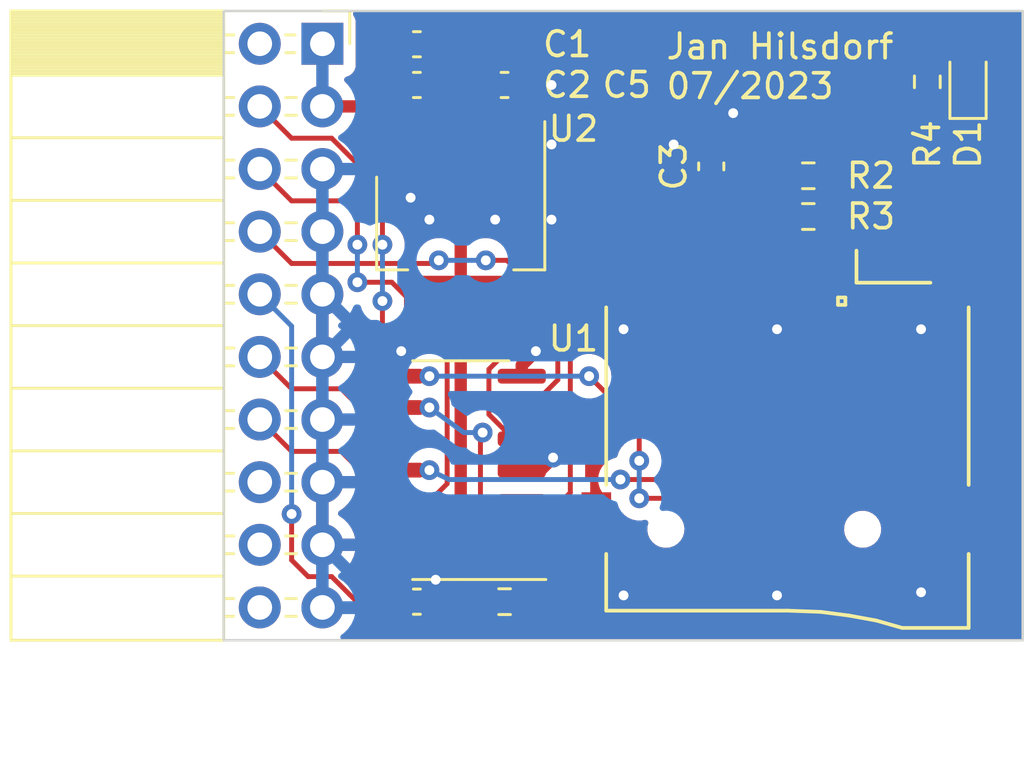
<source format=kicad_pcb>
(kicad_pcb (version 20221018) (generator pcbnew)
  (layers (0 "F.Cu" signal) (31 "B.Cu" signal) (34 "B.Paste" user) (35 "F.Paste" user) (36 "B.SilkS" user "B.Silkscreen") (37 "F.SilkS" user "F.Silkscreen") (38 "B.Mask" user) (39 "F.Mask" user) (44 "Edge.Cuts" user))
  (net 0 "")
  (net 1 "+3.3V")
  (net 2 "Net-(R1-Pad1)")
  (net 3 "+5V")
  (net 5 "CB2")
  (net 6 "PB0")
  (net 7 "PB1")
  (net 8 "PB2")
  (net 9 "PB3")
  (net 10 "PB4")
  (net 14 "Net-(R2-Pad2)")
  (net 15 "GND")
  (net 16 "DOUT")
  (net 17 "CLK")
  (net 18 "DIN")
  (net 22 "Net-(D1-A)")
  (net 23 "Net-(R3-Pad2)")
  (footprint "Package_SO:SOIC-14_3.9x8.7mm_P1.27mm" (layer "F.Cu") (at 115.77 80.132 180)
    (fp_text reference "U1" (at -4.572 5.334) (layer "F.SilkS"))
    (fp_text value "74LVC125AD")
    (fp_line (start 0 -4.435) (end -3.45 -4.435) (stroke (width 0.12)) (layer "F.SilkS"))
    (fp_line (start 0 -4.435) (end 1.95 -4.435) (stroke (width 0.12)) (layer "F.SilkS"))
    (fp_line (start 0 4.435) (end -1.95 4.435) (stroke (width 0.12)) (layer "F.SilkS"))
    (fp_line (start 0 4.435) (end 1.95 4.435) (stroke (width 0.12)) (layer "F.SilkS"))
    (pad "1" smd roundrect (at -2.475 -3.81 180) (size 1.95 0.6) (layers "F.Cu" "F.Paste" "F.Mask") (net 8 "PB2"))
    (pad "2" smd roundrect (at -2.475 -2.54 180) (size 1.95 0.6) (layers "F.Cu" "F.Paste" "F.Mask") (net 16 "DOUT"))
    (pad "3" smd roundrect (at -2.475 -1.27 180) (size 1.95 0.6) (layers "F.Cu" "F.Paste" "F.Mask") (net 2 "Net-(R1-Pad1)"))
    (pad "4" smd roundrect (at -2.475 0 180) (size 1.95 0.6) (layers "F.Cu" "F.Paste" "F.Mask") (net 15 "GND"))
    (pad "5" smd roundrect (at -2.475 1.27 180) (size 1.95 0.6) (layers "F.Cu" "F.Paste" "F.Mask") (net 7 "PB1"))
    (pad "6" smd roundrect (at -2.475 2.54 180) (size 1.95 0.6) (layers "F.Cu" "F.Paste" "F.Mask") (net 17 "CLK"))
    (pad "7" smd roundrect (at -2.475 3.81 180) (size 1.95 0.6) (layers "F.Cu" "F.Paste" "F.Mask") (net 15 "GND"))
    (pad "8" smd roundrect (at 2.475 3.81 180) (size 1.95 0.6) (layers "F.Cu" "F.Paste" "F.Mask") (net 14 "Net-(R2-Pad2)"))
    (pad "9" smd roundrect (at 2.475 2.54 180) (size 1.95 0.6) (layers "F.Cu" "F.Paste" "F.Mask") (net 5 "CB2"))
    (pad "10" smd roundrect (at 2.475 1.27 180) (size 1.95 0.6) (layers "F.Cu" "F.Paste" "F.Mask") (net 9 "PB3"))
    (pad "11" smd roundrect (at 2.475 0 180) (size 1.95 0.6) (layers "F.Cu" "F.Paste" "F.Mask") (net 23 "Net-(R3-Pad2)"))
    (pad "12" smd roundrect (at 2.475 -1.27 180) (size 1.95 0.6) (layers "F.Cu" "F.Paste" "F.Mask") (net 6 "PB0"))
    (pad "13" smd roundrect (at 2.475 -2.54 180) (size 1.95 0.6) (layers "F.Cu" "F.Paste" "F.Mask") (net 10 "PB4"))
    (pad "14" smd roundrect (at 2.475 -3.81 180) (size 1.95 0.6) (layers "F.Cu" "F.Paste" "F.Mask") (net 1 "+3.3V"))
  )
  (footprint "Package_TO_SOT_SMD:SOT-223-3_TabPin2" (layer "F.Cu") (at 115.77 70.099 -90)
    (fp_text reference "U2" (at -3.81 -4.572 -180) (layer "F.SilkS"))
    (fp_text value "AMS1117-3.3")
    (fp_line (start -4.1 -3.41) (end 1.91 -3.41) (stroke (width 0.12)) (layer "F.SilkS"))
    (fp_line (start -1.85 3.41) (end 1.91 3.41) (stroke (width 0.12)) (layer "F.SilkS"))
    (fp_line (start 1.91 -3.41) (end 1.91 -2.15) (stroke (width 0.12)) (layer "F.SilkS"))
    (fp_line (start 1.91 3.41) (end 1.91 2.15) (stroke (width 0.12)) (layer "F.SilkS"))
    (pad "1" smd rect (at -3.15 -2.3 270) (size 2 1.5) (layers "F.Cu" "F.Paste" "F.Mask") (net 15 "GND"))
    (pad "2" smd rect (at -3.15 0 270) (size 2 1.5) (layers "F.Cu" "F.Paste" "F.Mask") (net 1 "+3.3V"))
    (pad "2" smd rect (at 3.15 0 270) (size 2 3.8) (layers "F.Cu" "F.Paste" "F.Mask") (net 1 "+3.3V"))
    (pad "3" smd rect (at -3.15 2.3 270) (size 2 1.5) (layers "F.Cu" "F.Paste" "F.Mask") (net 3 "+5V"))
  )
  (footprint "Capacitor_SMD:C_0603_1608Metric" (layer "F.Cu") (at 113.992 64.511)
    (fp_text reference "C2" (at 6.096 0) (layer "F.SilkS"))
    (fp_text value "C")
    (fp_line (start -0.14058 -0.51) (end 0.14058 -0.51) (stroke (width 0.12)) (layer "F.SilkS"))
    (fp_line (start -0.14058 0.51) (end 0.14058 0.51) (stroke (width 0.12)) (layer "F.SilkS"))
    (pad "1" smd roundrect (at -0.775 0) (size 0.9 0.95) (layers "F.Cu" "F.Paste" "F.Mask") (net 3 "+5V"))
    (pad "2" smd roundrect (at 0.775 0) (size 0.9 0.95) (layers "F.Cu" "F.Paste" "F.Mask") (net 15 "GND"))
  )
  (footprint "Capacitor_SMD:C_0603_1608Metric" (layer "F.Cu") (at 125.93 67.813 90)
    (fp_text reference "C3" (at 0 -1.524 90) (layer "F.SilkS"))
    (fp_text value "C")
    (fp_line (start -0.14058 -0.51) (end 0.14058 -0.51) (stroke (width 0.12)) (layer "F.SilkS"))
    (fp_line (start -0.14058 0.51) (end 0.14058 0.51) (stroke (width 0.12)) (layer "F.SilkS"))
    (pad "1" smd roundrect (at -0.775 0 90) (size 0.9 0.95) (layers "F.Cu" "F.Paste" "F.Mask") (net 1 "+3.3V"))
    (pad "2" smd roundrect (at 0.775 0 90) (size 0.9 0.95) (layers "F.Cu" "F.Paste" "F.Mask") (net 15 "GND"))
  )
  (footprint "footprints:Conn_uSDcard" (layer "F.Cu") (at 129.02 82.53)
    (fp_text reference "XS1" hide)
    (fp_text value "uSD Card" hide)
    (fp_line (start -7.35 -1.8) (end -7.35 -9) (stroke (width 0.15)) (layer "F.SilkS"))
    (fp_line (start -7.35 1) (end -7.35 3.3) (stroke (width 0.15)) (layer "F.SilkS"))
    (fp_line (start -7.35 3.3) (end 0 3.3) (stroke (width 0.15)) (layer "F.SilkS"))
    (fp_line (start 0 3.3) (end 1.35 3.35) (stroke (width 0.15)) (layer "F.SilkS"))
    (fp_line (start 1.35 3.35) (end 2.5 3.5) (stroke (width 0.15)) (layer "F.SilkS"))
    (fp_line (start 2.05 -9.4) (end 2.05 -9.1) (stroke (width 0.15)) (layer "F.SilkS"))
    (fp_line (start 2.05 -9.1) (end 2.35 -9.1) (stroke (width 0.15)) (layer "F.SilkS"))
    (fp_line (start 2.35 -9.4) (end 2.05 -9.4) (stroke (width 0.15)) (layer "F.SilkS"))
    (fp_line (start 2.35 -9.1) (end 2.35 -9.4) (stroke (width 0.15)) (layer "F.SilkS"))
    (fp_line (start 2.5 3.5) (end 3.6 3.7) (stroke (width 0.15)) (layer "F.SilkS"))
    (fp_line (start 2.8 -10) (end 2.8 -11.3) (stroke (width 0.15)) (layer "F.SilkS"))
    (fp_line (start 2.8 -10) (end 5.8 -10) (stroke (width 0.15)) (layer "F.SilkS"))
    (fp_line (start 3.6 3.7) (end 4.65 4) (stroke (width 0.15)) (layer "F.SilkS"))
    (fp_line (start 4.65 4) (end 7.35 4) (stroke (width 0.15)) (layer "F.SilkS"))
    (fp_line (start 7.35 -9) (end 7.35 -1.8) (stroke (width 0.15)) (layer "F.SilkS"))
    (fp_line (start 7.35 4) (end 7.35 1) (stroke (width 0.15)) (layer "F.SilkS"))
    (pad "" np_thru_hole circle (at -4.93 0) (size 1 1) (drill 1) (layers "*.Cu"))
    (pad "" np_thru_hole circle (at 3.05 0) (size 1 1) (drill 1) (layers "*.Cu"))
    (pad "1" smd rect (at 2.2 -10.5) (size 0.7 1.6) (layers "F.Cu" "F.Paste" "F.Mask"))
    (pad "2" smd rect (at 1.1 -10.5) (size 0.7 1.6) (layers "F.Cu" "F.Paste" "F.Mask") (net 15 "GND"))
    (pad "3" smd rect (at 0 -10.5) (size 0.7 1.6) (layers "F.Cu" "F.Paste" "F.Mask") (net 18 "DIN"))
    (pad "4" smd rect (at -1.1 -10.5) (size 0.7 1.6) (layers "F.Cu" "F.Paste" "F.Mask") (net 1 "+3.3V"))
    (pad "5" smd rect (at -2.2 -10.5) (size 0.7 1.6) (layers "F.Cu" "F.Paste" "F.Mask") (net 17 "CLK"))
    (pad "6" smd rect (at -7.75 -10) (size 1.2 1.4) (layers "F.Cu" "F.Paste" "F.Mask") (net 15 "GND"))
    (pad "6" smd rect (at -7.75 -0.4) (size 1.2 2.2) (layers "F.Cu" "F.Paste" "F.Mask") (net 15 "GND"))
    (pad "6" smd rect (at -3.3 -10.5) (size 0.7 1.6) (layers "F.Cu" "F.Paste" "F.Mask") (net 15 "GND"))
    (pad "6" smd rect (at 6.85 -10) (size 1.6 1.4) (layers "F.Cu" "F.Paste" "F.Mask") (net 15 "GND"))
    (pad "6" smd rect (at 7.75 -0.4) (size 1.2 2.2) (layers "F.Cu" "F.Paste" "F.Mask") (net 15 "GND"))
    (pad "7" smd rect (at -4.4 -10.5) (size 0.7 1.6) (layers "F.Cu" "F.Paste" "F.Mask") (net 16 "DOUT"))
    (pad "8" smd rect (at -5.5 -10.5) (size 0.7 1.6) (layers "F.Cu" "F.Paste" "F.Mask"))
    (pad "9" smd rect (at -6.6 -10.5) (size 0.7 1.6) (layers "F.Cu" "F.Paste" "F.Mask"))
  )
  (footprint "Capacitor_SMD:C_0603_1608Metric" (layer "F.Cu") (at 117.548 64.511)
    (fp_text reference "C5" (at 4.953 0) (layer "F.SilkS"))
    (fp_text value "C")
    (fp_line (start -0.14058 -0.51) (end 0.14058 -0.51) (stroke (width 0.12)) (layer "F.SilkS"))
    (fp_line (start -0.14058 0.51) (end 0.14058 0.51) (stroke (width 0.12)) (layer "F.SilkS"))
    (pad "1" smd roundrect (at -0.775 0) (size 0.9 0.95) (layers "F.Cu" "F.Paste" "F.Mask") (net 1 "+3.3V"))
    (pad "2" smd roundrect (at 0.775 0) (size 0.9 0.95) (layers "F.Cu" "F.Paste" "F.Mask") (net 15 "GND"))
  )
  (footprint "Resistor_SMD:R_0603_1608Metric" (layer "F.Cu") (at 134.693 64.384 -90)
    (fp_text reference "R4" (at 2.54 0 90) (layer "F.SilkS"))
    (fp_text value "1k")
    (fp_line (start -0.237258 -0.5225) (end 0.237258 -0.5225) (stroke (width 0.12)) (layer "F.SilkS"))
    (fp_line (start -0.237258 0.5225) (end 0.237258 0.5225) (stroke (width 0.12)) (layer "F.SilkS"))
    (pad "1" smd roundrect (at -0.825 0 270) (size 0.8 0.95) (layers "F.Cu" "F.Paste" "F.Mask") (net 1 "+3.3V"))
    (pad "2" smd roundrect (at 0.825 0 270) (size 0.8 0.95) (layers "F.Cu" "F.Paste" "F.Mask") (net 22 "Net-(D1-A)"))
  )
  (footprint "Resistor_SMD:R_0603_1608Metric" (layer "F.Cu") (at 129.867 68.194)
    (fp_text reference "R2" (at 2.54 0) (layer "F.SilkS"))
    (fp_text value "56 Ω")
    (fp_line (start -0.237258 -0.5225) (end 0.237258 -0.5225) (stroke (width 0.12)) (layer "F.SilkS"))
    (fp_line (start -0.237258 0.5225) (end 0.237258 0.5225) (stroke (width 0.12)) (layer "F.SilkS"))
    (pad "1" smd roundrect (at -0.825 0) (size 0.8 0.95) (layers "F.Cu" "F.Paste" "F.Mask") (net 18 "DIN"))
    (pad "2" smd roundrect (at 0.825 0) (size 0.8 0.95) (layers "F.Cu" "F.Paste" "F.Mask") (net 14 "Net-(R2-Pad2)"))
  )
  (footprint "Resistor_SMD:R_0603_1608Metric" (layer "F.Cu") (at 117.548 85.466 180)
    (fp_text reference "R1" hide)
    (fp_text value "56 Ω")
    (fp_line (start -0.237258 -0.5225) (end 0.237258 -0.5225) (stroke (width 0.12)) (layer "F.SilkS"))
    (fp_line (start -0.237258 0.5225) (end 0.237258 0.5225) (stroke (width 0.12)) (layer "F.SilkS"))
    (pad "1" smd roundrect (at -0.825 0 180) (size 0.8 0.95) (layers "F.Cu" "F.Paste" "F.Mask") (net 2 "Net-(R1-Pad1)"))
    (pad "2" smd roundrect (at 0.825 0 180) (size 0.8 0.95) (layers "F.Cu" "F.Paste" "F.Mask") (net 5 "CB2"))
  )
  (footprint "Connector_PinSocket_2.54mm:PinSocket_2x10_P2.54mm_Horizontal" (layer "F.Cu") (at 110.16 62.84)
    (fp_text reference "J1" hide)
    (fp_text value "User Port")
    (fp_line (start -12.63 -1.33) (end -12.63 24.19) (stroke (width 0.12)) (layer "F.SilkS"))
    (fp_line (start -12.63 -1.33) (end -4 -1.33) (stroke (width 0.12)) (layer "F.SilkS"))
    (fp_line (start -12.63 -1.21) (end -4 -1.21) (stroke (width 0.12)) (layer "F.SilkS"))
    (fp_line (start -12.63 -1.091905) (end -4 -1.091905) (stroke (width 0.12)) (layer "F.SilkS"))
    (fp_line (start -12.63 -0.97381) (end -4 -0.97381) (stroke (width 0.12)) (layer "F.SilkS"))
    (fp_line (start -12.63 -0.855715) (end -4 -0.855715) (stroke (width 0.12)) (layer "F.SilkS"))
    (fp_line (start -12.63 -0.73762) (end -4 -0.73762) (stroke (width 0.12)) (layer "F.SilkS"))
    (fp_line (start -12.63 -0.619525) (end -4 -0.619525) (stroke (width 0.12)) (layer "F.SilkS"))
    (fp_line (start -12.63 -0.50143) (end -4 -0.50143) (stroke (width 0.12)) (layer "F.SilkS"))
    (fp_line (start -12.63 -0.383335) (end -4 -0.383335) (stroke (width 0.12)) (layer "F.SilkS"))
    (fp_line (start -12.63 -0.26524) (end -4 -0.26524) (stroke (width 0.12)) (layer "F.SilkS"))
    (fp_line (start -12.63 -0.147145) (end -4 -0.147145) (stroke (width 0.12)) (layer "F.SilkS"))
    (fp_line (start -12.63 -0.02905) (end -4 -0.02905) (stroke (width 0.12)) (layer "F.SilkS"))
    (fp_line (start -12.63 0.089045) (end -4 0.089045) (stroke (width 0.12)) (layer "F.SilkS"))
    (fp_line (start -12.63 0.20714) (end -4 0.20714) (stroke (width 0.12)) (layer "F.SilkS"))
    (fp_line (start -12.63 0.325235) (end -4 0.325235) (stroke (width 0.12)) (layer "F.SilkS"))
    (fp_line (start -12.63 0.44333) (end -4 0.44333) (stroke (width 0.12)) (layer "F.SilkS"))
    (fp_line (start -12.63 0.561425) (end -4 0.561425) (stroke (width 0.12)) (layer "F.SilkS"))
    (fp_line (start -12.63 0.67952) (end -4 0.67952) (stroke (width 0.12)) (layer "F.SilkS"))
    (fp_line (start -12.63 0.797615) (end -4 0.797615) (stroke (width 0.12)) (layer "F.SilkS"))
    (fp_line (start -12.63 0.91571) (end -4 0.91571) (stroke (width 0.12)) (layer "F.SilkS"))
    (fp_line (start -12.63 1.033805) (end -4 1.033805) (stroke (width 0.12)) (layer "F.SilkS"))
    (fp_line (start -12.63 1.1519) (end -4 1.1519) (stroke (width 0.12)) (layer "F.SilkS"))
    (fp_line (start -12.63 1.27) (end -4 1.27) (stroke (width 0.12)) (layer "F.SilkS"))
    (fp_line (start -12.63 3.81) (end -4 3.81) (stroke (width 0.12)) (layer "F.SilkS"))
    (fp_line (start -12.63 6.35) (end -4 6.35) (stroke (width 0.12)) (layer "F.SilkS"))
    (fp_line (start -12.63 8.89) (end -4 8.89) (stroke (width 0.12)) (layer "F.SilkS"))
    (fp_line (start -12.63 11.43) (end -4 11.43) (stroke (width 0.12)) (layer "F.SilkS"))
    (fp_line (start -12.63 13.97) (end -4 13.97) (stroke (width 0.12)) (layer "F.SilkS"))
    (fp_line (start -12.63 16.51) (end -4 16.51) (stroke (width 0.12)) (layer "F.SilkS"))
    (fp_line (start -12.63 19.05) (end -4 19.05) (stroke (width 0.12)) (layer "F.SilkS"))
    (fp_line (start -12.63 21.59) (end -4 21.59) (stroke (width 0.12)) (layer "F.SilkS"))
    (fp_line (start -12.63 24.19) (end -4 24.19) (stroke (width 0.12)) (layer "F.SilkS"))
    (fp_line (start -4 -1.33) (end -4 24.19) (stroke (width 0.12)) (layer "F.SilkS"))
    (fp_line (start -4 -0.36) (end -3.59 -0.36) (stroke (width 0.12)) (layer "F.SilkS"))
    (fp_line (start -4 0.36) (end -3.59 0.36) (stroke (width 0.12)) (layer "F.SilkS"))
    (fp_line (start -4 2.18) (end -3.59 2.18) (stroke (width 0.12)) (layer "F.SilkS"))
    (fp_line (start -4 2.9) (end -3.59 2.9) (stroke (width 0.12)) (layer "F.SilkS"))
    (fp_line (start -4 4.72) (end -3.59 4.72) (stroke (width 0.12)) (layer "F.SilkS"))
    (fp_line (start -4 5.44) (end -3.59 5.44) (stroke (width 0.12)) (layer "F.SilkS"))
    (fp_line (start -4 7.26) (end -3.59 7.26) (stroke (width 0.12)) (layer "F.SilkS"))
    (fp_line (start -4 7.98) (end -3.59 7.98) (stroke (width 0.12)) (layer "F.SilkS"))
    (fp_line (start -4 9.8) (end -3.59 9.8) (stroke (width 0.12)) (layer "F.SilkS"))
    (fp_line (start -4 10.52) (end -3.59 10.52) (stroke (width 0.12)) (layer "F.SilkS"))
    (fp_line (start -4 12.34) (end -3.59 12.34) (stroke (width 0.12)) (layer "F.SilkS"))
    (fp_line (start -4 13.06) (end -3.59 13.06) (stroke (width 0.12)) (layer "F.SilkS"))
    (fp_line (start -4 14.88) (end -3.59 14.88) (stroke (width 0.12)) (layer "F.SilkS"))
    (fp_line (start -4 15.6) (end -3.59 15.6) (stroke (width 0.12)) (layer "F.SilkS"))
    (fp_line (start -4 17.42) (end -3.59 17.42) (stroke (width 0.12)) (layer "F.SilkS"))
    (fp_line (start -4 18.14) (end -3.59 18.14) (stroke (width 0.12)) (layer "F.SilkS"))
    (fp_line (start -4 19.96) (end -3.59 19.96) (stroke (width 0.12)) (layer "F.SilkS"))
    (fp_line (start -4 20.68) (end -3.59 20.68) (stroke (width 0.12)) (layer "F.SilkS"))
    (fp_line (start -4 22.5) (end -3.59 22.5) (stroke (width 0.12)) (layer "F.SilkS"))
    (fp_line (start -4 23.22) (end -3.59 23.22) (stroke (width 0.12)) (layer "F.SilkS"))
    (fp_line (start -1.49 -0.36) (end -1.11 -0.36) (stroke (width 0.12)) (layer "F.SilkS"))
    (fp_line (start -1.49 0.36) (end -1.11 0.36) (stroke (width 0.12)) (layer "F.SilkS"))
    (fp_line (start -1.49 2.18) (end -1.05 2.18) (stroke (width 0.12)) (layer "F.SilkS"))
    (fp_line (start -1.49 2.9) (end -1.05 2.9) (stroke (width 0.12)) (layer "F.SilkS"))
    (fp_line (start -1.49 4.72) (end -1.05 4.72) (stroke (width 0.12)) (layer "F.SilkS"))
    (fp_line (start -1.49 5.44) (end -1.05 5.44) (stroke (width 0.12)) (layer "F.SilkS"))
    (fp_line (start -1.49 7.26) (end -1.05 7.26) (stroke (width 0.12)) (layer "F.SilkS"))
    (fp_line (start -1.49 7.98) (end -1.05 7.98) (stroke (width 0.12)) (layer "F.SilkS"))
    (fp_line (start -1.49 9.8) (end -1.05 9.8) (stroke (width 0.12)) (layer "F.SilkS"))
    (fp_line (start -1.49 10.52) (end -1.05 10.52) (stroke (width 0.12)) (layer "F.SilkS"))
    (fp_line (start -1.49 12.34) (end -1.05 12.34) (stroke (width 0.12)) (layer "F.SilkS"))
    (fp_line (start -1.49 13.06) (end -1.05 13.06) (stroke (width 0.12)) (layer "F.SilkS"))
    (fp_line (start -1.49 14.88) (end -1.05 14.88) (stroke (width 0.12)) (layer "F.SilkS"))
    (fp_line (start -1.49 15.6) (end -1.05 15.6) (stroke (width 0.12)) (layer "F.SilkS"))
    (fp_line (start -1.49 17.42) (end -1.05 17.42) (stroke (width 0.12)) (layer "F.SilkS"))
    (fp_line (start -1.49 18.14) (end -1.05 18.14) (stroke (width 0.12)) (layer "F.SilkS"))
    (fp_line (start -1.49 19.96) (end -1.05 19.96) (stroke (width 0.12)) (layer "F.SilkS"))
    (fp_line (start -1.49 20.68) (end -1.05 20.68) (stroke (width 0.12)) (layer "F.SilkS"))
    (fp_line (start -1.49 22.5) (end -1.05 22.5) (stroke (width 0.12)) (layer "F.SilkS"))
    (fp_line (start -1.49 23.22) (end -1.05 23.22) (stroke (width 0.12)) (layer "F.SilkS"))
    (fp_line (start 0 -1.33) (end 1.11 -1.33) (stroke (width 0.12)) (layer "F.SilkS"))
    (fp_line (start 1.11 -1.33) (end 1.11 0) (stroke (width 0.12)) (layer "F.SilkS"))
    (pad "1" thru_hole rect (at 0 0) (size 1.7 1.7) (drill 1) (layers "*.Cu" "*.Mask") (net 3 "+5V"))
    (pad "2" thru_hole oval (at -2.54 0) (size 1.7 1.7) (drill 1) (layers "*.Cu" "*.Mask"))
    (pad "3" thru_hole oval (at 0 2.54) (size 1.7 1.7) (drill 1) (layers "*.Cu" "*.Mask") (net 3 "+5V"))
    (pad "4" thru_hole oval (at -2.54 2.54) (size 1.7 1.7) (drill 1) (layers "*.Cu" "*.Mask") (net 5 "CB2"))
    (pad "5" thru_hole oval (at 0 5.08) (size 1.7 1.7) (drill 1) (layers "*.Cu" "*.Mask") (net 15 "GND"))
    (pad "6" thru_hole oval (at -2.54 5.08) (size 1.7 1.7) (drill 1) (layers "*.Cu" "*.Mask") (net 6 "PB0"))
    (pad "7" thru_hole oval (at 0 7.62) (size 1.7 1.7) (drill 1) (layers "*.Cu" "*.Mask") (net 15 "GND"))
    (pad "8" thru_hole oval (at -2.54 7.62) (size 1.7 1.7) (drill 1) (layers "*.Cu" "*.Mask") (net 7 "PB1"))
    (pad "9" thru_hole oval (at 0 10.16) (size 1.7 1.7) (drill 1) (layers "*.Cu" "*.Mask") (net 15 "GND"))
    (pad "10" thru_hole oval (at -2.54 10.16) (size 1.7 1.7) (drill 1) (layers "*.Cu" "*.Mask") (net 8 "PB2"))
    (pad "11" thru_hole oval (at 0 12.7) (size 1.7 1.7) (drill 1) (layers "*.Cu" "*.Mask") (net 15 "GND"))
    (pad "12" thru_hole oval (at -2.54 12.7) (size 1.7 1.7) (drill 1) (layers "*.Cu" "*.Mask") (net 9 "PB3"))
    (pad "13" thru_hole oval (at 0 15.24) (size 1.7 1.7) (drill 1) (layers "*.Cu" "*.Mask") (net 15 "GND"))
    (pad "14" thru_hole oval (at -2.54 15.24) (size 1.7 1.7) (drill 1) (layers "*.Cu" "*.Mask") (net 10 "PB4"))
    (pad "15" thru_hole oval (at 0 17.78) (size 1.7 1.7) (drill 1) (layers "*.Cu" "*.Mask") (net 15 "GND"))
    (pad "16" thru_hole oval (at -2.54 17.78) (size 1.7 1.7) (drill 1) (layers "*.Cu" "*.Mask"))
    (pad "17" thru_hole oval (at 0 20.32) (size 1.7 1.7) (drill 1) (layers "*.Cu" "*.Mask") (net 15 "GND"))
    (pad "18" thru_hole oval (at -2.54 20.32) (size 1.7 1.7) (drill 1) (layers "*.Cu" "*.Mask"))
    (pad "19" thru_hole oval (at 0 22.86) (size 1.7 1.7) (drill 1) (layers "*.Cu" "*.Mask") (net 15 "GND"))
    (pad "20" thru_hole oval (at -2.54 22.86) (size 1.7 1.7) (drill 1) (layers "*.Cu" "*.Mask"))
  )
  (footprint "Capacitor_SMD:C_0603_1608Metric" (layer "F.Cu") (at 113.992 85.466)
    (fp_text reference "C4" hide)
    (fp_text value "C")
    (fp_line (start -0.14058 -0.51) (end 0.14058 -0.51) (stroke (width 0.12)) (layer "F.SilkS"))
    (fp_line (start -0.14058 0.51) (end 0.14058 0.51) (stroke (width 0.12)) (layer "F.SilkS"))
    (pad "1" smd roundrect (at -0.775 0) (size 0.9 0.95) (layers "F.Cu" "F.Paste" "F.Mask") (net 1 "+3.3V"))
    (pad "2" smd roundrect (at 0.775 0) (size 0.9 0.95) (layers "F.Cu" "F.Paste" "F.Mask") (net 15 "GND"))
  )
  (footprint "LED_SMD:LED_0603_1608Metric" (layer "F.Cu") (at 136.344 64.384 90)
    (fp_text reference "D1" (at -2.54 0 90) (layer "F.SilkS"))
    (fp_text value "LED")
    (fp_line (start -1.485 -0.735) (end -1.485 0.735) (stroke (width 0.12)) (layer "F.SilkS"))
    (fp_line (start -1.485 0.735) (end 0.8 0.735) (stroke (width 0.12)) (layer "F.SilkS"))
    (fp_line (start 0.8 -0.735) (end -1.485 -0.735) (stroke (width 0.12)) (layer "F.SilkS"))
    (pad "1" smd roundrect (at -0.7875 0 90) (size 0.875 0.95) (layers "F.Cu" "F.Paste" "F.Mask") (net 15 "GND"))
    (pad "2" smd roundrect (at 0.7875 0 90) (size 0.875 0.95) (layers "F.Cu" "F.Paste" "F.Mask") (net 22 "Net-(D1-A)"))
  )
  (footprint "Resistor_SMD:R_0603_1608Metric" (layer "F.Cu") (at 129.867 69.845)
    (fp_text reference "R3" (at 2.54 0) (layer "F.SilkS"))
    (fp_text value "56 Ω")
    (fp_line (start -0.237258 -0.5225) (end 0.237258 -0.5225) (stroke (width 0.12)) (layer "F.SilkS"))
    (fp_line (start -0.237258 0.5225) (end 0.237258 0.5225) (stroke (width 0.12)) (layer "F.SilkS"))
    (pad "1" smd roundrect (at -0.825 0) (size 0.8 0.95) (layers "F.Cu" "F.Paste" "F.Mask") (net 18 "DIN"))
    (pad "2" smd roundrect (at 0.825 0) (size 0.8 0.95) (layers "F.Cu" "F.Paste" "F.Mask") (net 23 "Net-(R3-Pad2)"))
  )
  (footprint "Capacitor_SMD:C_0603_1608Metric" (layer "F.Cu") (at 113.992 62.86)
    (fp_text reference "C1" (at 6.096 0) (layer "F.SilkS"))
    (fp_text value "C")
    (fp_line (start -0.14058 -0.51) (end 0.14058 -0.51) (stroke (width 0.12)) (layer "F.SilkS"))
    (fp_line (start -0.14058 0.51) (end 0.14058 0.51) (stroke (width 0.12)) (layer "F.SilkS"))
    (pad "1" smd roundrect (at -0.775 0) (size 0.9 0.95) (layers "F.Cu" "F.Paste" "F.Mask") (net 3 "+5V"))
    (pad "2" smd roundrect (at 0.775 0) (size 0.9 0.95) (layers "F.Cu" "F.Paste" "F.Mask") (net 15 "GND"))
  )
  (gr_rect (start 106.16 61.51) (end 138.56 87.03) (stroke (width 0.1)) (fill none) (layer "Edge.Cuts"))
  (gr_text "Jan Hilsdorf\n07/2023" (at 124.025 65.146) (layer "F.SilkS") (effects (font (size 1 1)) (justify left bottom)))
  (segment (start 115.77 66.949) (end 115.77 67.199) (width 0.5) (layer "F.Cu") (net 1))
  (segment (start 113.295 83.942) (end 113.848528 83.942) (width 0.5) (layer "F.Cu") (net 1))
  (segment (start 134.693 63.559) (end 129.168 63.559) (width 0.2) (layer "F.Cu") (net 1))
  (segment (start 126.057 68.575) (end 127.92 70.438) (width 0.5) (layer "F.Cu") (net 1))
  (segment (start 129.168 63.559) (end 127.962 64.765) (width 0.2) (layer "F.Cu") (net 1))
  (segment (start 115.77 66.949) (end 115.77 73.249) (width 0.5) (layer "F.Cu") (net 1))
  (segment (start 115.77 82.020528) (end 115.77 73.249) (width 0.5) (layer "F.Cu") (net 1))
  (segment (start 116.773 65.946) (end 115.77 66.949) (width 0.5) (layer "F.Cu") (net 1))
  (segment (start 113.217 84.02) (end 113.295 83.942) (width 0.5) (layer "F.Cu") (net 1))
  (segment (start 127.962 70.396) (end 127.92 70.438) (width 0.2) (layer "F.Cu") (net 1))
  (segment (start 127.92 70.438) (end 127.92 72.03) (width 0.5) (layer "F.Cu") (net 1))
  (segment (start 117.146 68.575) (end 126.057 68.575) (width 0.5) (layer "F.Cu") (net 1))
  (segment (start 113.848528 83.942) (end 115.77 82.020528) (width 0.5) (layer "F.Cu") (net 1))
  (segment (start 127.962 64.765) (end 127.962 70.396) (width 0.2) (layer "F.Cu") (net 1))
  (segment (start 113.217 85.466) (end 113.217 84.02) (width 0.5) (layer "F.Cu") (net 1))
  (segment (start 116.773 64.511) (end 116.773 65.946) (width 0.5) (layer "F.Cu") (net 1))
  (segment (start 115.77 67.199) (end 117.146 68.575) (width 0.5) (layer "F.Cu") (net 1))
  (segment (start 118.245 81.402) (end 117.903604 81.402) (width 0.2) (layer "F.Cu") (net 2))
  (segment (start 116.97 84.317) (end 118.119 85.466) (width 0.2) (layer "F.Cu") (net 2))
  (segment (start 117.903604 81.402) (end 116.97 82.335604) (width 0.2) (layer "F.Cu") (net 2))
  (segment (start 116.97 82.335604) (end 116.97 84.317) (width 0.2) (layer "F.Cu") (net 2))
  (segment (start 118.119 85.466) (end 118.373 85.466) (width 0.2) (layer "F.Cu") (net 2))
  (segment (start 113.217 66.696) (end 113.47 66.949) (width 0.5) (layer "F.Cu") (net 3))
  (segment (start 113.217 64.511) (end 113.217 66.696) (width 0.5) (layer "F.Cu") (net 3))
  (segment (start 113.217 62.86) (end 113.217 64.511) (width 0.5) (layer "F.Cu") (net 3))
  (segment (start 111.901 65.38) (end 113.47 66.949) (width 0.5) (layer "F.Cu") (net 3))
  (segment (start 110.16 65.38) (end 111.901 65.38) (width 0.5) (layer "F.Cu") (net 3))
  (segment (start 110.16 65.38) (end 110.16 62.84) (width 0.5) (layer "B.Cu") (net 3))
  (segment (start 112.595 73.274) (end 112.595 75.306) (width 0.2) (layer "F.Cu") (net 5))
  (segment (start 110.536346 66.67) (end 108.91 66.67) (width 0.2) (layer "F.Cu") (net 5))
  (segment (start 108.91 66.67) (end 107.62 65.38) (width 0.2) (layer "F.Cu") (net 5))
  (segment (start 112.953604 77.592) (end 113.295 77.592) (width 0.2) (layer "F.Cu") (net 5))
  (segment (start 110.536346 66.67) (end 112.595 68.728654) (width 0.2) (layer "F.Cu") (net 5))
  (segment (start 116.723 85.72) (end 116.57 85.567) (width 0.2) (layer "F.Cu") (net 5))
  (segment (start 112.02 76.658396) (end 112.953604 77.592) (width 0.2) (layer "F.Cu") (net 5))
  (segment (start 116.57 78.697) (end 116.57 85.313) (width 0.2) (layer "F.Cu") (net 5))
  (segment (start 112.595 75.306) (end 112.02 75.881) (width 0.2) (layer "F.Cu") (net 5))
  (segment (start 116.659 78.608) (end 116.57 78.697) (width 0.2) (layer "F.Cu") (net 5))
  (segment (start 116.57 85.313) (end 116.723 85.466) (width 0.2) (layer "F.Cu") (net 5))
  (segment (start 112.595 68.728654) (end 112.595 70.988) (width 0.2) (layer "F.Cu") (net 5))
  (segment (start 113.295 77.592) (end 114.5 77.592) (width 0.2) (layer "F.Cu") (net 5))
  (segment (start 112.02 75.881) (end 112.02 76.658396) (width 0.2) (layer "F.Cu") (net 5))
  (via (at 112.595 70.988) (size 0.8) (drill 0.4) (layers "F.Cu" "B.Cu") (net 5))
  (via (at 114.5 77.592) (size 0.8) (drill 0.4) (layers "F.Cu" "B.Cu") (net 5))
  (via (at 112.595 73.274) (size 0.8) (drill 0.4) (layers "F.Cu" "B.Cu") (net 5))
  (via (at 116.659 78.608) (size 0.8) (drill 0.4) (layers "F.Cu" "B.Cu") (net 5))
  (segment (start 112.595 70.988) (end 112.595 73.274) (width 0.2) (layer "B.Cu") (net 5))
  (segment (start 114.5 77.592) (end 115.897 78.608) (width 0.2) (layer "B.Cu") (net 5))
  (segment (start 115.897 78.608) (end 116.659 78.608) (width 0.2) (layer "B.Cu") (net 5))
  (segment (start 113.57 74.549) (end 113.692 74.671) (width 0.2) (layer "F.Cu") (net 6))
  (segment (start 113.57 73.106) (end 113.57 74.549) (width 0.2) (layer "F.Cu") (net 6))
  (segment (start 112.976 72.512) (end 113.57 73.106) (width 0.2) (layer "F.Cu") (net 6))
  (segment (start 107.62 67.92) (end 108.91 69.21) (width 0.2) (layer "F.Cu") (net 6))
  (segment (start 113.692 74.671) (end 114.712 74.671) (width 0.2) (layer "F.Cu") (net 6))
  (segment (start 108.91 69.21) (end 111.04195 69.21) (width 0.2) (layer "F.Cu") (net 6))
  (segment (start 114.5 81.402) (end 113.295 81.402) (width 0.2) (layer "F.Cu") (net 6))
  (segment (start 114.712 74.671) (end 115.22 75.179) (width 0.2) (layer "F.Cu") (net 6))
  (segment (start 111.579 72.512) (end 112.976 72.512) (width 0.2) (layer "F.Cu") (net 6))
  (segment (start 111.04195 69.21) (end 111.579 69.74705) (width 0.2) (layer "F.Cu") (net 6))
  (segment (start 115.22 75.179) (end 115.22 80.682) (width 0.2) (layer "F.Cu") (net 6))
  (segment (start 111.579 69.74705) (end 111.579 70.988) (width 0.2) (layer "F.Cu") (net 6))
  (segment (start 115.22 80.682) (end 114.5 81.402) (width 0.2) (layer "F.Cu") (net 6))
  (via (at 111.579 70.988) (size 0.8) (drill 0.4) (layers "F.Cu" "B.Cu") (net 6))
  (via (at 111.579 72.512) (size 0.8) (drill 0.4) (layers "F.Cu" "B.Cu") (net 6))
  (segment (start 111.579 72.512) (end 111.579 70.988) (width 0.2) (layer "B.Cu") (net 6))
  (segment (start 117.644 71.623) (end 117.97 71.949) (width 0.2) (layer "F.Cu") (net 7))
  (segment (start 116.913 76.042604) (end 116.913 77.871396) (width 0.2) (layer "F.Cu") (net 7))
  (segment (start 108.91 71.75) (end 114.754 71.75) (width 0.2) (layer "F.Cu") (net 7))
  (segment (start 108.91 71.75) (end 107.62 70.46) (width 0.2) (layer "F.Cu") (net 7))
  (segment (start 117.903604 78.862) (end 118.245 78.862) (width 0.2) (layer "F.Cu") (net 7))
  (segment (start 114.754 71.75) (end 114.881 71.623) (width 0.2) (layer "F.Cu") (net 7))
  (segment (start 116.913 77.871396) (end 117.903604 78.862) (width 0.2) (layer "F.Cu") (net 7))
  (segment (start 117.97 74.985604) (end 116.913 76.042604) (width 0.2) (layer "F.Cu") (net 7))
  (segment (start 116.786 71.623) (end 117.644 71.623) (width 0.2) (layer "F.Cu") (net 7))
  (segment (start 117.97 71.949) (end 117.97 74.985604) (width 0.2) (layer "F.Cu") (net 7))
  (via (at 116.786 71.623) (size 0.8) (drill 0.4) (layers "F.Cu" "B.Cu") (net 7))
  (via (at 114.881 71.623) (size 0.8) (drill 0.4) (layers "F.Cu" "B.Cu") (net 7))
  (segment (start 114.881 71.623) (end 116.786 71.623) (width 0.2) (layer "B.Cu") (net 7))
  (segment (start 109.583654 84.45) (end 110.536346 84.45) (width 0.2) (layer "F.Cu") (net 8))
  (segment (start 108.912 81.91) (end 108.912 83.778346) (width 0.2) (layer "F.Cu") (net 8))
  (segment (start 119.073 85.973) (end 119.073 84.77) (width 0.2) (layer "F.Cu") (net 8))
  (segment (start 110.536346 84.45) (end 112.356346 86.27) (width 0.2) (layer "F.Cu") (net 8))
  (segment (start 108.912 83.778346) (end 109.583654 84.45) (width 0.2) (layer "F.Cu") (net 8))
  (segment (start 119.073 84.77) (end 118.245 83.942) (width 0.2) (layer "F.Cu") (net 8))
  (segment (start 112.356346 86.27) (end 118.776 86.27) (width 0.2) (layer "F.Cu") (net 8))
  (segment (start 118.776 86.27) (end 119.073 85.973) (width 0.2) (layer "F.Cu") (net 8))
  (via (at 108.912 81.91) (size 0.8) (drill 0.4) (layers "F.Cu" "B.Cu") (net 8))
  (segment (start 108.912 74.292) (end 107.62 73) (width 0.2) (layer "B.Cu") (net 8))
  (segment (start 108.912 74.292) (end 108.912 81.91) (width 0.2) (layer "B.Cu") (net 8))
  (segment (start 107.62 75.54) (end 108.912 76.832) (width 0.2) (layer "F.Cu") (net 9))
  (segment (start 108.912 76.832) (end 110.923604 76.832) (width 0.2) (layer "F.Cu") (net 9))
  (segment (start 110.923604 76.832) (end 112.953604 78.862) (width 0.2) (layer "F.Cu") (net 9))
  (segment (start 112.953604 78.862) (end 113.295 78.862) (width 0.2) (layer "F.Cu") (net 9))
  (segment (start 112.02 81.738396) (end 112.953604 82.672) (width 0.2) (layer "F.Cu") (net 10))
  (segment (start 112.953604 82.672) (end 113.295 82.672) (width 0.2) (layer "F.Cu") (net 10))
  (segment (start 112.02 80.468396) (end 112.02 81.738396) (width 0.2) (layer "F.Cu") (net 10))
  (segment (start 110.923604 79.372) (end 112.02 80.468396) (width 0.2) (layer "F.Cu") (net 10))
  (segment (start 108.912 79.372) (end 110.923604 79.372) (width 0.2) (layer "F.Cu") (net 10))
  (segment (start 107.62 78.08) (end 108.912 79.372) (width 0.2) (layer "F.Cu") (net 10))
  (segment (start 114.5 76.322) (end 113.295 76.322) (width 0.2) (layer "F.Cu") (net 14))
  (segment (start 123.009 81.275) (end 124.290685 81.275) (width 0.2) (layer "F.Cu") (net 14))
  (segment (start 123.009 78.354) (end 123.009 79.751) (width 0.2) (layer "F.Cu") (net 14))
  (segment (start 120.977 76.322) (end 123.009 78.354) (width 0.2) (layer "F.Cu") (net 14))
  (segment (start 132.27 69.772) (end 130.692 68.194) (width 0.2) (layer "F.Cu") (net 14))
  (segment (start 124.290685 81.275) (end 132.27 73.295685) (width 0.2) (layer "F.Cu") (net 14))
  (segment (start 132.27 73.295685) (end 132.27 69.772) (width 0.2) (layer "F.Cu") (net 14))
  (via (at 120.977 76.322) (size 0.8) (drill 0.4) (layers "F.Cu" "B.Cu") (net 14))
  (via (at 123.009 79.751) (size 0.8) (drill 0.4) (layers "F.Cu" "B.Cu") (net 14))
  (via (at 123.009 81.275) (size 0.8) (drill 0.4) (layers "F.Cu" "B.Cu") (net 14))
  (via (at 114.5 76.322) (size 0.8) (drill 0.4) (layers "F.Cu" "B.Cu") (net 14))
  (segment (start 114.5 76.322) (end 120.977 76.322) (width 0.2) (layer "B.Cu") (net 14))
  (segment (start 123.009 79.751) (end 123.009 81.275) (width 0.2) (layer "B.Cu") (net 14))
  (segment (start 114.995 85.642) (end 114.995 85.72) (width 0.5) (layer "F.Cu") (net 15))
  (segment (start 118.07 64.764) (end 118.323 64.511) (width 0.5) (layer "F.Cu") (net 15))
  (segment (start 114.767 85.466) (end 114.767 84.59) (width 0.5) (layer "F.Cu") (net 15))
  (segment (start 118.245 76.322) (end 118.245 75.879) (width 0.5) (layer "F.Cu") (net 15))
  (segment (start 119.0075 80.132) (end 119.5155 79.624) (width 0.5) (layer "F.Cu") (net 15))
  (segment (start 110.16 83.16) (end 110.16 80.62) (width 0.5) (layer "F.Cu") (net 15))
  (segment (start 118.245 80.132) (end 119.0075 80.132) (width 0.5) (layer "F.Cu") (net 15))
  (segment (start 118.245 75.879) (end 118.818 75.306) (width 0.5) (layer "F.Cu") (net 15))
  (segment (start 114.767 84.59) (end 114.754 84.577) (width 0.5) (layer "F.Cu") (net 15))
  (segment (start 110.16 75.54) (end 110.16 73) (width 0.5) (layer "F.Cu") (net 15))
  (segment (start 118.07 66.949) (end 118.07 64.764) (width 0.5) (layer "F.Cu") (net 15))
  (via (at 126.819 65.654) (size 0.8) (drill 0.4) (layers "F.Cu" "B.Cu") (net 15))
  (via (at 119.453 69.972) (size 0.8) (drill 0.4) (layers "F.Cu" "B.Cu") (net 15))
  (via (at 117.167 69.972) (size 0.8) (drill 0.4) (layers "F.Cu" "B.Cu") (net 15))
  (via (at 122.374 85.212) (size 0.8) (drill 0.4) (layers "F.Cu" "B.Cu") (net 15))
  (via (at 122.374 74.417) (size 0.8) (drill 0.4) (layers "F.Cu" "B.Cu") (net 15))
  (via (at 114.754 84.577) (size 0.8) (drill 0.4) (layers "F.Cu" "B.Cu") (net 15))
  (via (at 113.738 69.083) (size 0.8) (drill 0.4) (layers "F.Cu" "B.Cu") (net 15))
  (via (at 134.439 85.085) (size 0.8) (drill 0.4) (layers "F.Cu" "B.Cu") (net 15))
  (via (at 119.5155 79.624) (size 0.8) (drill 0.4) (layers "F.Cu" "B.Cu") (net 15))
  (via (at 124.406 66.924) (size 0.8) (drill 0.4) (layers "F.Cu" "B.Cu") (net 15))
  (via (at 114.5 69.972) (size 0.8) (drill 0.4) (layers "F.Cu" "B.Cu") (net 15))
  (via (at 119.453 66.924) (size 0.8) (drill 0.4) (layers "F.Cu" "B.Cu") (net 15))
  (via (at 128.597 85.212) (size 0.8) (drill 0.4) (layers "F.Cu" "B.Cu") (net 15))
  (via (at 128.597 74.417) (size 0.8) (drill 0.4) (layers "F.Cu" "B.Cu") (net 15))
  (via (at 134.439 74.417) (size 0.8) (drill 0.4) (layers "F.Cu" "B.Cu") (net 15))
  (via (at 113.357 75.306) (size 0.8) (drill 0.4) (layers "F.Cu" "B.Cu") (net 15))
  (via (at 118.818 75.306) (size 0.8) (drill 0.4) (layers "F.Cu" "B.Cu") (net 15))
  (via (at 119.453 64.511) (size 0.8) (drill 0.4) (layers "F.Cu" "B.Cu") (net 15))
  (segment (start 112.341 74.29) (end 113.357 75.306) (width 0.5) (layer "B.Cu") (net 15))
  (segment (start 110.16 83.16) (end 111.577 84.577) (width 0.5) (layer "B.Cu") (net 15))
  (segment (start 110.16 67.92) (end 110.16 83.16) (width 0.5) (layer "B.Cu") (net 15))
  (segment (start 110.16 75.54) (end 111.41 74.29) (width 0.5) (layer "B.Cu") (net 15))
  (segment (start 110.18 85.72) (end 111.833 85.72) (width 0.5) (layer "B.Cu") (net 15))
  (segment (start 110.16 73) (end 111.45 74.29) (width 0.5) (layer "B.Cu") (net 15))
  (segment (start 111.41 74.29) (end 111.45 74.29) (width 0.5) (layer "B.Cu") (net 15))
  (segment (start 110.16 83.16) (end 110.16 85.7) (width 0.5) (layer "B.Cu") (net 15))
  (segment (start 111.577 84.577) (end 111.833 84.577) (width 0.5) (layer "B.Cu") (net 15))
  (segment (start 111.45 74.29) (end 112.341 74.29) (width 0.5) (layer "B.Cu") (net 15))
  (segment (start 110.16 85.7) (end 110.18 85.72) (width 0.5) (layer "B.Cu") (net 15))
  (segment (start 121.166 70.734) (end 124.324 70.734) (width 0.2) (layer "F.Cu") (net 16))
  (segment (start 118.245 82.672) (end 118.586396 82.672) (width 0.2) (layer "F.Cu") (net 16))
  (segment (start 124.324 70.734) (end 124.62 71.03) (width 0.2) (layer "F.Cu") (net 16))
  (segment (start 120.215 81.043396) (end 120.215 71.685) (width 0.2) (layer "F.Cu") (net 16))
  (segment (start 118.586396 82.672) (end 120.215 81.043396) (width 0.2) (layer "F.Cu") (net 16))
  (segment (start 120.215 71.685) (end 121.166 70.734) (width 0.2) (layer "F.Cu") (net 16))
  (segment (start 124.62 71.03) (end 124.62 72.03) (width 0.2) (layer "F.Cu") (net 16))
  (segment (start 119.707 76.471396) (end 119.707 71.496) (width 0.2) (layer "F.Cu") (net 17))
  (segment (start 126.016 70.226) (end 126.82 71.03) (width 0.2) (layer "F.Cu") (net 17))
  (segment (start 120.977 70.226) (end 126.016 70.226) (width 0.2) (layer "F.Cu") (net 17))
  (segment (start 126.82 71.03) (end 126.82 72.03) (width 0.2) (layer "F.Cu") (net 17))
  (segment (start 118.245 77.592) (end 118.586396 77.592) (width 0.2) (layer "F.Cu") (net 17))
  (segment (start 118.586396 77.592) (end 119.707 76.471396) (width 0.2) (layer "F.Cu") (net 17))
  (segment (start 119.707 71.496) (end 120.977 70.226) (width 0.2) (layer "F.Cu") (net 17))
  (segment (start 129.02 69.867) (end 129.042 69.845) (width 0.2) (layer "F.Cu") (net 18))
  (segment (start 129.02 72.03) (end 129.02 69.867) (width 0.2) (layer "F.Cu") (net 18))
  (segment (start 129.042 68.194) (end 129.042 69.845) (width 0.2) (layer "F.Cu") (net 18))
  (segment (start 135.097877 65.209) (end 136.344 63.962877) (width 0.2) (layer "F.Cu") (net 22))
  (segment (start 134.693 65.209) (end 135.097877 65.209) (width 0.2) (layer "F.Cu") (net 22))
  (segment (start 136.344 63.962877) (end 136.344 63.5965) (width 0.2) (layer "F.Cu") (net 22))
  (segment (start 124.487 80.513) (end 131.87 73.13) (width 0.2) (layer "F.Cu") (net 23))
  (segment (start 114.5 80.132) (end 113.295 80.132) (width 0.2) (layer "F.Cu") (net 23))
  (segment (start 131.87 71.023) (end 130.692 69.845) (width 0.2) (layer "F.Cu") (net 23))
  (segment (start 131.87 73.13) (end 131.87 71.023) (width 0.2) (layer "F.Cu") (net 23))
  (segment (start 122.247 80.513) (end 124.487 80.513) (width 0.2) (layer "F.Cu") (net 23))
  (via (at 114.5 80.132) (size 0.8) (drill 0.4) (layers "F.Cu" "B.Cu") (net 23))
  (via (at 122.247 80.513) (size 0.8) (drill 0.4) (layers "F.Cu" "B.Cu") (net 23))
  (segment (start 114.5 80.132) (end 115.3015 80.513) (width 0.2) (layer "B.Cu") (net 23))
  (segment (start 115.3015 80.513) (end 122.247 80.513) (width 0.2) (layer "B.Cu") (net 23))
  (zone (net 15) (net_name "GND") (layers "F&B.Cu") (connect_pads (clearance 0.5)) (min_thickness 0.25) (fill yes (thermal_gap 0.5) (thermal_bridge_width 0.5))
    (polygon (pts (xy 106.16 61.51) (xy 138.56 61.51) (xy 138.56 87.03) (xy 106.16 87.03)))
  )
)
</source>
